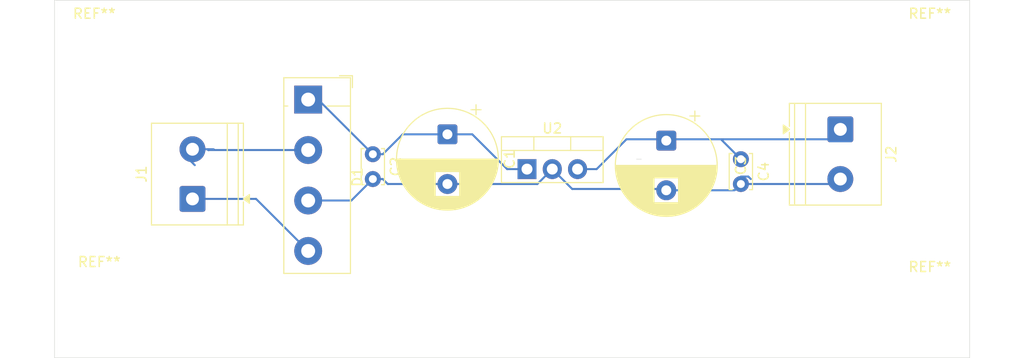
<source format=kicad_pcb>
(kicad_pcb (version 20241229) (generator "pcbnew") (generator_version "9.0")
  (layers (0 "F.Cu" signal) (2 "B.Cu" signal) (13 "F.Paste" user) (15 "B.Paste" user) (5 "F.SilkS" user "F.Silkscreen") (7 "B.SilkS" user "B.Silkscreen") (1 "F.Mask" user) (3 "B.Mask" user) (25 "Edge.Cuts" user))
  (net 0 "")
  (net 1 "GND")
  (net 2 "/VIN")
  (net 3 "/VOUT")
  (net 4 "/AC1")
  (net 5 "/AC2")
  (footprint "Capacitor_THT:C_Disc_D3.4mm_W2.1mm_P2.50mm" (layer "F.Cu") (at 163.5 65.5 -90)
    (property "Reference" "C2" (at 1.25 -2.3 90) (layer "F.SilkS"))
    (property "Value" "1nF")
    (fp_line (start -0.57 1.17) (end -0.57 0.87) (stroke (width 0.12)) (layer "F.SilkS"))
    (fp_line (start 3.07 1.17) (end -0.57 1.17) (stroke (width 0.12)) (layer "F.SilkS"))
    (fp_line (start 3.07 0.87) (end 3.07 1.17) (stroke (width 0.12)) (layer "F.SilkS"))
    (fp_line (start -0.57 -0.87) (end -0.57 -1.17) (stroke (width 0.12)) (layer "F.SilkS"))
    (fp_line (start -0.57 -1.17) (end 3.07 -1.17) (stroke (width 0.12)) (layer "F.SilkS"))
    (fp_line (start 3.07 -1.17) (end 3.07 -0.87) (stroke (width 0.12)) (layer "F.SilkS"))
    (pad "1" thru_hole circle (at 0 0 270) (size 1.6 1.6) (drill 0.8) (layers "*.Cu" "*.Mask") (net 2 "/VIN"))
    (pad "2" thru_hole circle (at 2.5 0 270) (size 1.6 1.6) (drill 0.8) (layers "*.Cu" "*.Mask") (net 1 "GND"))
  )
  (footprint "MountingHole:MountingHole_3.2mm_M3" (layer "F.Cu") (at 219.5 81)
    (property "Reference" "REF**" (at 0 -4.15 0) (layer "F.SilkS"))
    (property "Value" "MountingHole_3.2mm_M3")
    (pad "" np_thru_hole circle (at 0 0) (size 3.2 3.2) (drill 3.2) (layers "*.Cu" "*.Mask"))
  )
  (footprint "Capacitor_THT:CP_Radial_D10.0mm_P5.00mm" (layer "F.Cu") (at 193 64.132323 -90)
    (property "Reference" "C3" (at 2.5 -7.5 90) (layer "F.SilkS"))
    (property "Value" "100uF")
    (fp_line (start 3.78 1.24) (end 3.78 4.917) (stroke (width 0.12)) (layer "F.SilkS"))
    (fp_line (start 3.82 1.24) (end 3.82 4.907) (stroke (width 0.12)) (layer "F.SilkS"))
    (fp_line (start 3.86 1.24) (end 3.86 4.896) (stroke (width 0.12)) (layer "F.SilkS"))
    (fp_line (start 3.9 1.24) (end 3.9 4.885) (stroke (width 0.12)) (layer "F.SilkS"))
    (fp_line (start 3.94 1.24) (end 3.94 4.873) (stroke (width 0.12)) (layer "F.SilkS"))
    (fp_line (start 3.98 1.24) (end 3.98 4.861) (stroke (width 0.12)) (layer "F.SilkS"))
    (fp_line (start 4.02 1.24) (end 4.02 4.849) (stroke (width 0.12)) (layer "F.SilkS"))
    (fp_line (start 4.06 1.24) (end 4.06 4.837) (stroke (width 0.12)) (layer "F.SilkS"))
    (fp_line (start 4.1 1.24) (end 4.1 4.824) (stroke (width 0.12)) (layer "F.SilkS"))
    (fp_line (start 4.14 1.24) (end 4.14 4.81) (stroke (width 0.12)) (layer "F.SilkS"))
    (fp_line (start 4.18 1.24) (end 4.18 4.797) (stroke (width 0.12)) (layer "F.SilkS"))
    (fp_line (start 4.22 1.24) (end 4.22 4.782) (stroke (width 0.12)) (layer "F.SilkS"))
    (fp_line (start 4.26 1.24) (end 4.26 4.768) (stroke (width 0.12)) (layer "F.SilkS"))
    (fp_line (start 4.3 1.24) (end 4.3 4.753) (stroke (width 0.12)) (layer "F.SilkS"))
    (fp_line (start 4.34 1.24) (end 4.34 4.738) (stroke (width 0.12)) (layer "F.SilkS"))
    (fp_line (start 4.38 1.24) (end 4.38 4.722) (stroke (width 0.12)) (layer "F.SilkS"))
    (fp_line (start 4.42 1.24) (end 4.42 4.706) (stroke (width 0.12)) (layer "F.SilkS"))
    (fp_line (start 4.46 1.24) (end 4.46 4.69) (stroke (width 0.12)) (layer "F.SilkS"))
    (fp_line (start 4.5 1.24) (end 4.5 4.673) (stroke (width 0.12)) (layer "F.SilkS"))
    (fp_line (start 4.54 1.24) (end 4.54 4.656) (stroke (width 0.12)) (layer "F.SilkS"))
    (fp_line (start 4.58 1.24) (end 4.58 4.638) (stroke (width 0.12)) (layer "F.SilkS"))
    (fp_line (start 4.62 1.24) (end 4.62 4.62) (stroke (width 0.12)) (layer "F.SilkS"))
    (fp_line (start 4.66 1.24) (end 4.66 4.602) (stroke (width 0.12)) (layer "F.SilkS"))
    (fp_line (start 4.7 1.24) (end 4.7 4.583) (stroke (width 0.12)) (layer "F.SilkS"))
    (fp_line (start 4.74 1.24) (end 4.74 4.564) (stroke (width 0.12)) (layer "F.SilkS"))
    (fp_line (start 4.78 1.24) (end 4.78 4.544) (stroke (width 0.12)) (layer "F.SilkS"))
    (fp_line (start 4.82 1.24) (end 4.82 4.524) (stroke (width 0.12)) (layer "F.SilkS"))
    (fp_line (start 4.86 1.24) (end 4.86 4.504) (stroke (width 0.12)) (layer "F.SilkS"))
    (fp_line (start 4.9 1.24) (end 4.9 4.483) (stroke (width 0.12)) (layer "F.SilkS"))
    (fp_line (start 4.94 1.24) (end 4.94 4.461) (stroke (width 0.12)) (layer "F.SilkS"))
    (fp_line (start 4.98 1.24) (end 4.98 4.439) (stroke (width 0.12)) (layer "F.SilkS"))
    (fp_line (start 5.02 1.24) (end 5.02 4.417) (stroke (width 0.12)) (layer "F.SilkS"))
    (fp_line (start 5.06 1.24) (end 5.06 4.394) (stroke (width 0.12)) (layer "F.SilkS"))
    (fp_line (start 5.1 1.24) (end 5.1 4.371) (stroke (width 0.12)) (layer "F.SilkS"))
    (fp_line (start 5.14 1.24) (end 5.14 4.347) (stroke (width 0.12)) (layer "F.SilkS"))
    (fp_line (start 5.18 1.24) (end 5.18 4.323) (stroke (width 0.12)) (layer "F.SilkS"))
    (fp_line (start 5.22 1.24) (end 5.22 4.298) (stroke (width 0.12)) (layer "F.SilkS"))
    (fp_line (start 5.26 1.24) (end 5.26 4.272) (stroke (width 0.12)) (layer "F.SilkS"))
    (fp_line (start 5.3 1.24) (end 5.3 4.247) (stroke (width 0.12)) (layer "F.SilkS"))
    (fp_line (start 5.34 1.24) (end 5.34 4.22) (stroke (width 0.12)) (layer "F.SilkS"))
    (fp_line (start 5.38 1.24) (end 5.38 4.193) (stroke (width 0.12)) (layer "F.SilkS"))
    (fp_line (start 5.42 1.24) (end 5.42 4.166) (stroke (width 0.12)) (layer "F.SilkS"))
    (fp_line (start 5.46 1.24) (end 5.46 4.138) (stroke (width 0.12)) (layer "F.SilkS"))
    (fp_line (start 5.5 1.24) (end 5.5 4.109) (stroke (width 0.12)) (layer "F.SilkS"))
    (fp_line (start 5.54 1.24) (end 5.54 4.08) (stroke (width 0.12)) (layer "F.SilkS"))
    (fp_line (start 5.58 1.24) (end 5.58 4.05) (stroke (width 0.12)) (layer "F.SilkS"))
    (fp_line (start 5.62 1.24) (end 5.62 4.02) (stroke (width 0.12)) (layer "F.SilkS"))
    (fp_line (start 5.66 1.24) (end 5.66 3.988) (stroke (width 0.12)) (layer "F.SilkS"))
    (fp_line (start 5.7 1.24) (end 5.7 3.957) (stroke (width 0.12)) (layer "F.SilkS"))
    (fp_line (start 5.74 1.24) (end 5.74 3.924) (stroke (width 0.12)) (layer "F.SilkS"))
    (fp_line (start 5.78 1.24) (end 5.78 3.891) (stroke (width 0.12)) (layer "F.SilkS"))
    (fp_line (start 5.82 1.24) (end 5.82 3.858) (stroke (width 0.12)) (layer "F.SilkS"))
    (fp_line (start 5.86 1.24) (end 5.86 3.823) (stroke (width 0.12)) (layer "F.SilkS"))
    (fp_line (start 5.9 1.24) (end 5.9 3.788) (stroke (width 0.12)) (layer "F.SilkS"))
    (fp_line (start 5.94 1.24) (end 5.94 3.752) (stroke (width 0.12)) (layer "F.SilkS"))
    (fp_line (start 5.98 1.24) (end 5.98 3.716) (stroke (width 0.12)) (layer "F.SilkS"))
    (fp_line (start 6.02 1.24) (end 6.02 3.678) (stroke (width 0.12)) (layer "F.SilkS"))
    (fp_line (start 6.06 1.24) (end 6.06 3.64) (stroke (width 0.12)) (layer "F.SilkS"))
    (fp_line (start 6.1 1.24) (end 6.1 3.601) (stroke (width 0.12)) (layer "F.SilkS"))
    (fp_line (start 6.14 1.24) (end 6.14 3.561) (stroke (width 0.12)) (layer "F.SilkS"))
    (fp_line (start 6.18 1.24) (end 6.18 3.52) (stroke (width 0.12)) (layer "F.SilkS"))
    (fp_line (start 6.22 1.24) (end 6.22 3.478) (stroke (width 0.12)) (layer "F.SilkS"))
    (fp_line (start 7.58 -0.599) (end 7.58 0.599) (stroke (width 0.12)) (layer "F.SilkS"))
    (fp_line (start 7.54 -0.862) (end 7.54 0.862) (stroke (width 0.12)) (layer "F.SilkS"))
    (fp_line (start 7.5 -1.062) (end 7.5 1.062) (stroke (width 0.12)) (layer "F.SilkS"))
    (fp_line (start 7.46 -1.23) (end 7.46 1.23) (stroke (width 0.12)) (layer "F.SilkS"))
    (fp_line (start 7.42 -1.377) (end 7.42 1.377) (stroke (width 0.12)) (layer "F.SilkS"))
    (fp_line (start 7.38 -1.509) (end 7.38 1.509) (stroke (width 0.12)) (layer "F.SilkS"))
    (fp_line (start 7.34 -1.63) (end 7.34 1.63) (stroke (width 0.12)) (layer "F.SilkS"))
    (fp_line (start 7.3 -1.742) (end 7.3 1.742) (stroke (width 0.12)) (layer "F.SilkS"))
    (fp_line (start 7.26 -1.846) (end 7.26 1.846) (stroke (width 0.12)) (layer "F.SilkS"))
    (fp_line (start 7.22 -1.944) (end 7.22 1.944) (stroke (width 0.12)) (layer "F.SilkS"))
    (fp_line (start 7.18 -2.037) (end 7.18 2.037) (stroke (width 0.12)) (layer "F.SilkS"))
    (fp_line (start 7.14 -2.124) (end 7.14 2.124) (stroke (width 0.12)) (layer "F.SilkS"))
    (fp_line (start 7.1 -2.208) (end 7.1 2.208) (stroke (width 0.12)) (layer "F.SilkS"))
    (fp_line (start 7.06 -2.288) (end 7.06 2.288) (stroke (width 0.12)) (layer "F.SilkS"))
    (fp_line (start 7.02 -2.365) (end 7.02 2.365) (stroke (width 0.12)) (layer "F.SilkS"))
    (fp_line (start 6.98 -2.439) (end 6.98 2.439) (stroke (width 0.12)) (layer "F.SilkS"))
    (fp_line (start 6.94 -2.51) (end 6.94 2.51) (stroke (width 0.12)) (layer "F.SilkS"))
    (fp_line (start 6.9 -2.578) (end 6.9 2.578) (stroke (width 0.12)) (layer "F.SilkS"))
    (fp_line (start 6.86 -2.644) (end 6.86 2.644) (stroke (width 0.12)) (layer "F.SilkS"))
    (fp_line (start 6.82 -2.708) (end 6.82 2.708) (stroke (width 0.12)) (layer "F.SilkS"))
    (fp_line (start 6.78 -2.77) (end 6.78 2.77) (stroke (width 0.12)) (layer "F.SilkS"))
    (fp_line (start 6.74 -2.83) (end 6.74 2.83) (stroke (width 0.12)) (layer "F.SilkS"))
    (fp_line (start -2.979646 -2.875) (end -1.979646 -2.875) (stroke (width 0.12)) (layer "F.SilkS"))
    (fp_line (start 6.7 -2.888) (end 6.7 2.888) (stroke (width 0.12)) (layer "F.SilkS"))
    (fp_line (start 6.66 -2.945) (end 6.66 2.945) (stroke (width 0.12)) (layer "F.SilkS"))
    (fp_line (start 6.62 -3) (end 6.62 3) (stroke (width 0.12)) (layer "F.SilkS"))
    (fp_line (start 6.58 -3.053) (end 6.58 3.053) (stroke (width 0.12)) (layer "F.SilkS"))
    (fp_line (start 6.54 -3.105) (end 6.54 3.105) (stroke (width 0.12)) (layer "F.SilkS"))
    (fp_line (start 6.5 -3.156) (end 6.5 3.156) (stroke (width 0.12)) (layer "F.SilkS"))
    (fp_line (start 6.46 -3.205) (end 6.46 3.205) (stroke (width 0.12)) (layer "F.SilkS"))
    (fp_line (start 6.42 -3.254) (end 6.42 3.254) (stroke (width 0.12)) (layer "F.SilkS"))
    (fp_line (start 6.38 -3.301) (end 6.38 3.301) (stroke (width 0.12)) (layer "F.SilkS"))
    (fp_line (start 6.34 -3.347) (end 6.34 3.347) (stroke (width 0.12)) (layer "F.SilkS"))
    (fp_line (start -2.479646 -3.375) (end -2.479646 -2.375) (stroke (width 0.12)) (layer "F.SilkS"))
    (fp_line (start 6.3 -3.391) (end 6.3 3.391) (stroke (width 0.12)) (layer "F.SilkS"))
    (fp_line (start 6.26 -3.435) (end 6.26 3.435) (stroke (width 0.12)) (layer "F.SilkS"))
    (fp_line (start 6.22 -3.478) (end 6.22 -1.24) (stroke (width 0.12)) (layer "F.SilkS"))
    (fp_line (start 6.18 -3.52) (end 6.18 -1.24) (stroke (width 0.12)) (layer "F.SilkS"))
    (fp_line (start 6.14 -3.561) (end 6.14 -1.24) (stroke (width 0.12)) (layer "F.SilkS"))
    (fp_line (start 6.1 -3.601) (end 6.1 -1.24) (stroke (width 0.12)) (layer "F.SilkS"))
    (fp_line (start 6.06 -3.64) (end 6.06 -1.24) (stroke (width 0.12)) (layer "F.SilkS"))
    (fp_line (start 6.02 -3.678) (end 6.02 -1.24) (stroke (width 0.12)) (layer "F.SilkS"))
    (fp_line (start 5.98 -3.716) (end 5.98 -1.24) (stroke (width 0.12)) (layer "F.SilkS"))
    (fp_line (start 5.94 -3.752) (end 5.94 -1.24) (stroke (width 0.12)) (layer "F.SilkS"))
    (fp_line (start 5.9 -3.788) (end 5.9 -1.24) (stroke (width 0.12)) (layer "F.SilkS"))
    (fp_line (start 5.86 -3.823) (end 5.86 -1.24) (stroke (width 0.12)) (layer "F.SilkS"))
    (fp_line (start 5.82 -3.858) (end 5.82 -1.24) (stroke (width 0.12)) (layer "F.SilkS"))
    (fp_line (start 5.78 -3.891) (end 5.78 -1.24) (stroke (width 0.12)) (layer "F.SilkS"))
    (fp_line (start 5.74 -3.924) (end 5.74 -1.24) (stroke (width 0.12)) (layer "F.SilkS"))
    (fp_line (start 5.7 -3.957) (end 5.7 -1.24) (stroke (width 0.12)) (layer "F.SilkS"))
    (fp_line (start 5.66 -3.988) (end 5.66 -1.24) (stroke (width 0.12)) (layer "F.SilkS"))
    (fp_line (start 5.62 -4.02) (end 5.62 -1.24) (stroke (width 0.12)) (layer "F.SilkS"))
    (fp_line (start 5.58 -4.05) (end 5.58 -1.24) (stroke (width 0.12)) (layer "F.SilkS"))
    (fp_line (start 5.54 -4.08) (end 5.54 -1.24) (stroke (width 0.12)) (layer "F.SilkS"))
    (fp_line (start 5.5 -4.109) (end 5.5 -1.24) (stroke (width 0.12)) (layer "F.SilkS"))
    (fp_line (start 5.46 -4.138) (end 5.46 -1.24) (stroke (width 0.12)) (layer "F.SilkS"))
    (fp_line (start 5.42 -4.166) (end 5.42 -1.24) (stroke (width 0.12)) (layer "F.SilkS"))
    (fp_line (start 5.38 -4.193) (end 5.38 -1.24) (stroke (width 0.12)) (layer "F.SilkS"))
    (fp_line (start 5.34 -4.22) (end 5.34 -1.24) (stroke (width 0.12)) (layer "F.SilkS"))
    (fp_line (start 5.3 -4.247) (end 5.3 -1.24) (stroke (width 0.12)) (layer "F.SilkS"))
    (fp_line (start 5.26 -4.272) (end 5.26 -1.24) (stroke (width 0.12)) (layer "F.SilkS"))
    (fp_line (start 5.22 -4.298) (end 5.22 -1.24) (stroke (width 0.12)) (layer "F.SilkS"))
    (fp_line (start 5.18 -4.323) (end 5.18 -1.24) (stroke (width 0.12)) (layer "F.SilkS"))
    (fp_line (start 5.14 -4.347) (end 5.14 -1.24) (stroke (width 0.12)) (layer "F.SilkS"))
    (fp_line (start 5.1 -4.371) (end 5.1 -1.24) (stroke (width 0.12)) (layer "F.SilkS"))
    (fp_line (start 5.06 -4.394) (end 5.06 -1.24) (stroke (width 0.12)) (layer "F.SilkS"))
    (fp_line (start 5.02 -4.417) (end 5.02 -1.24) (stroke (width 0.12)) (layer "F.SilkS"))
    (fp_line (start 4.98 -4.439) (end 4.98 -1.24) (stroke (width 0.12)) (layer "F.SilkS"))
    (fp_line (start 4.94 -4.461) (end 4.94 -1.24) (stroke (width 0.12)) (layer "F.SilkS"))
    (fp_line (start 4.9 -4.483) (end 4.9 -1.24) (stroke (width 0.12)) (layer "F.SilkS"))
    (fp_line (start 4.86 -4.504) (end 4.86 -1.24) (stroke (width 0.12)) (layer "F.SilkS"))
    (fp_line (start 4.82 -4.524) (end 4.82 -1.24) (stroke (width 0.12)) (layer "F.SilkS"))
    (fp_line (start 4.78 -4.544) (end 4.78 -1.24) (stroke (width 0.12)) (layer "F.SilkS"))
    (fp_line (start 4.74 -4.564) (end 4.74 -1.24) (stroke (width 0.12)) (layer "F.SilkS"))
    (fp_line (start 4.7 -4.583) (end 4.7 -1.24) (stroke (width 0.12)) (layer "F.SilkS"))
    (fp_line (start 4.66 -4.602) (end 4.66 -1.24) (stroke (width 0.12)) (layer "F.SilkS"))
    (fp_line (start 4.62 -4.62) (end 4.62 -1.24) (stroke (width 0.12)) (layer "F.SilkS"))
    (fp_line (start 4.58 -4.638) (end 4.58 -1.24) (stroke (width 0.12)) (layer "F.SilkS"))
    (fp_line (start 4.54 -4.656) (end 4.54 -1.24) (stroke (width 0.12)) (layer "F.SilkS"))
    (fp_line (start 4.5 -4.673) (end 4.5 -1.24) (stroke (width 0.12)) (layer "F.SilkS"))
    (fp_line (start 4.46 -4.69) (end 4.46 -1.24) (stroke (width 0.12)) (layer "F.SilkS"))
    (fp_line (start 4.42 -4.706) (end 4.42 -1.24) (stroke (width 0.12)) (layer "F.SilkS"))
    (fp_line (start 4.38 -4.722) (end 4.38 -1.24) (stroke (width 0.12)) (layer "F.SilkS"))
    (fp_line (start 4.34 -4.738) (end 4.34 -1.24) (stroke (width 0.12)) (layer "F.SilkS"))
    (fp_line (start 4.3 -4.753) (end 4.3 -1.24) (stroke (width 0.12)) (layer "F.SilkS"))
    (fp_line (start 4.26 -4.768) (end 4.26 -1.24) (stroke (width 0.12)) (layer "F.SilkS"))
    (fp_line (start 4.22 -4.782) (end 4.22 -1.24) (stroke (width 0.12)) (layer "F.SilkS"))
    (fp_line (start 4.18 -4.797) (end 4.18 -1.24) (stroke (width 0.12)) (layer "F.SilkS"))
    (fp_line (start 4.14 -4.81) (end 4.14 -1.24) (stroke (width 0.12)) (layer "F.SilkS"))
    (fp_line (start 4.1 -4.824) (end 4.1 -1.24) (stroke (width 0.12)) (layer "F.SilkS"))
    (fp_line (start 4.06 -4.837) (end 4.06 -1.24) (stroke (width 0.12)) (layer "F.SilkS"))
    (fp_line (start 4.02 -4.849) (end 4.02 -1.24) (stroke (width 0.12)) (layer "F.SilkS"))
    (fp_line (start 3.98 -4.861) (end 3.98 -1.24) (stroke (width 0.12)) (layer "F.SilkS"))
    (fp_line (start 3.94 -4.873) (end 3.94 -1.24) (stroke (width 0.12)) (layer "F.SilkS"))
    (fp_line (start 3.9 -4.885) (end 3.9 -1.24) (stroke (width 0.12)) (layer "F.SilkS"))
    (fp_line (start 3.86 -4.896) (end 3.86 -1.24) (stroke (width 0.12)) (layer "F.SilkS"))
    (fp_line (start 3.82 -4.907) (end 3.82 -1.24) (stroke (width 0.12)) (layer "F.SilkS"))
    (fp_line (start 3.78 -4.917) (end 3.78 -1.24) (stroke (width 0.12)) (layer "F.SilkS"))
    (fp_line (start 3.74 -4.928) (end 3.74 4.928) (stroke (width 0.12)) (layer "F.SilkS"))
    (fp_line (start 3.7 -4.937) (end 3.7 4.937) (stroke (width 0.12)) (layer "F.SilkS"))
    (fp_line (start 3.66 -4.947) (end 3.66 4.947) (stroke (width 0.12)) (layer "F.SilkS"))
    (fp_line (start 3.62 -4.956) (end 3.62 4.956) (stroke (width 0.12)) (layer "F.SilkS"))
    (fp_line (start 3.58 -4.965) (end 3.58 4.965) (stroke (width 0.12)) (layer "F.SilkS"))
    (fp_line (start 3.54 -4.973) (end 3.54 4.973) (stroke (width 0.12)) (layer "F.SilkS"))
    (fp_line (start 3.5 -4.981) (end 3.5 4.981) (stroke (width 0.12)) (layer "F.SilkS"))
    (fp_line (start 3.46 -4.989) (end 3.46 4.989) (stroke (width 0.12)) (layer "F.SilkS"))
    (fp_line (start 3.42 -4.997) (end 3.42 4.997) (stroke (width 0.12)) (layer "F.SilkS"))
    (fp_line (start 3.38 -5.004) (end 3.38 5.004) (stroke (width 0.12)) (layer "F.SilkS"))
    (fp_line (start 3.34 -5.011) (end 3.34 5.011) (stroke (width 0.12)) (layer "F.SilkS"))
    (fp_line (start 3.3 -5.017) (end 3.3 5.017) (stroke (width 0.12)) (layer "F.SilkS"))
    (fp_line (start 3.26 -5.023) (end 3.26 5.023) (stroke (width 0.12)) (layer "F.SilkS"))
    (fp_line (start 3.22 -5.029) (end 3.22 5.029) (stroke (width 0.12)) (layer "F.SilkS"))
    (fp_line (start 3.18 -5.035) (end 3.18 5.035) (stroke (width 0.12)) (layer "F.SilkS"))
    (fp_line (start 3.14 -5.04) (end 3.14 5.04) (stroke (width 0.12)) (layer "F.SilkS"))
    (fp_line (start 3.1 -5.045) (end 3.1 5.045) (stroke (width 0.12)) (layer "F.SilkS"))
    (fp_line (start 3.06 -5.049) (end 3.06 5.049) (stroke (width 0.12)) (layer "F.SilkS"))
    (fp_line (start 3.02 -5.054) (end 3.02 5.054) (stroke (width 0.12)) (layer "F.SilkS"))
    (fp_line (start 2.98 -5.057) (end 2.98 5.057) (stroke (width 0.12)) (layer "F.SilkS"))
    (fp_line (start 2.94 -5.061) (end 2.94 5.061) (stroke (width 0.12)) (layer "F.SilkS"))
    (fp_line (start 2.9 -5.064) (end 2.9 5.064) (stroke (width 0.12)) (layer "F.SilkS"))
    (fp_line (start 2.86 -5.067) (end 2.86 5.067) (stroke (width 0.12)) (layer "F.SilkS"))
    (fp_line (start 2.82 -5.07) (end 2.82 5.07) (stroke (width 0.12)) (layer "F.SilkS"))
    (fp_line (start 2.78 -5.072) (end 2.78 5.072) (stroke (width 0.12)) (layer "F.SilkS"))
    (fp_line (start 2.74 -5.074) (end 2.74 5.074) (stroke (width 0.12)) (layer "F.SilkS"))
    (fp_line (start 2.7 -5.076) (end 2.7 5.076) (stroke (width 0.12)) (layer "F.SilkS"))
    (fp_line (start 2.66 -5.077) (end 2.66 5.077) (stroke (width 0.12)) (layer "F.SilkS"))
    (fp_line (start 2.58 -5.079) (end 2.58 5.079) (stroke (width 0.12)) (layer "F.SilkS"))
    (fp_line (start 2.62 -5.079) (end 2.62 5.079) (stroke (width 0.12)) (layer "F.SilkS"))
    (fp_line (start 2.5 -5.08) (end 2.5 5.08) (stroke (width 0.12)) (layer "F.SilkS"))
    (fp_line (start 2.54 -5.08) (end 2.54 5.08) (stroke (width 0.12)) (layer "F.SilkS"))
    (fp_circle (center 2.5 0) (end 7.62 0) (stroke (width 0.12)) (fill no) (layer "F.SilkS"))
    (pad "1" thru_hole roundrect (at 0 0 270) (size 2 2) (drill 1) (layers "*.Cu" "*.Mask") (roundrect_rratio 0.125) (net 3 "/VOUT"))
    (pad "2" thru_hole circle (at 5 0 270) (size 2 2) (drill 1) (layers "*.Cu" "*.Mask") (net 1 "GND"))
  )
  (footprint "Package_TO_SOT_THT:TO-220-3_Vertical" (layer "F.Cu") (at 179 67)
    (property "Reference" "U2" (at 2.54 -4.1 0) (layer "F.SilkS"))
    (property "Value" "LM7805_TO220")
    (fp_line (start -2.57 -3.26) (end 7.65 -3.26) (stroke (width 0.12)) (layer "F.SilkS"))
    (fp_line (start -2.57 -1.88) (end 7.65 -1.88) (stroke (width 0.12)) (layer "F.SilkS"))
    (fp_line (start -2.57 1.36) (end -2.57 -3.26) (stroke (width 0.12)) (layer "F.SilkS"))
    (fp_line (start 0.69 -3.26) (end 0.69 -1.88) (stroke (width 0.12)) (layer "F.SilkS"))
    (fp_line (start 4.39 -3.26) (end 4.39 -1.88) (stroke (width 0.12)) (layer "F.SilkS"))
    (fp_line (start 7.65 -3.26) (end 7.65 1.36) (stroke (width 0.12)) (layer "F.SilkS"))
    (fp_line (start 7.65 1.36) (end -2.57 1.36) (stroke (width 0.12)) (layer "F.SilkS"))
    (pad "1" thru_hole rect (at 0 0) (size 1.905 2) (drill 1.1) (layers "*.Cu" "*.Mask") (net 2 "/VIN"))
    (pad "2" thru_hole oval (at 2.54 0) (size 1.905 2) (drill 1.1) (layers "*.Cu" "*.Mask") (net 1 "GND"))
    (pad "3" thru_hole oval (at 5.08 0) (size 1.905 2) (drill 1.1) (layers "*.Cu" "*.Mask") (net 3 "/VOUT"))
  )
  (footprint "Diode_THT:Diode_Bridge_Vishay_KBL" (layer "F.Cu") (at 157 60 -90)
    (property "Reference" "D1" (at 7.8 -4.95 90) (layer "F.SilkS"))
    (property "Value" "W01G")
    (fp_line (start -2.2 2.45) (end 17.5 2.45) (stroke (width 0.12)) (layer "F.SilkS"))
    (fp_line (start 17.5 2.45) (end 17.5 -4.25) (stroke (width 0.12)) (layer "F.SilkS"))
    (fp_line (start 0.65 2.05) (end 0.65 2.45) (stroke (width 0.12)) (layer "F.SilkS"))
    (fp_line (start 0.65 -1.9) (end 0.65 -4.25) (stroke (width 0.12)) (layer "F.SilkS"))
    (fp_line (start -2.4 -3.15) (end -2.4 -4.45) (stroke (width 0.12)) (layer "F.SilkS"))
    (fp_line (start -2.2 -4.25) (end -2.2 2.45) (stroke (width 0.12)) (layer "F.SilkS"))
    (fp_line (start 17.5 -4.25) (end -2.2 -4.25) (stroke (width 0.12)) (layer "F.SilkS"))
    (fp_line (start -2.4 -4.45) (end -1.2 -4.45) (stroke (width 0.12)) (layer "F.SilkS"))
    (pad "1" thru_hole rect (at 0 0 270) (size 2.8 2.8) (drill 1.4) (layers "*.Cu" "*.Mask") (net 2 "/VIN"))
    (pad "2" thru_hole circle (at 5.08 0 270) (size 2.8 2.8) (drill 1.4) (layers "*.Cu" "*.Mask") (net 4 "/AC1"))
    (pad "3" thru_hole circle (at 10.16 0 270) (size 2.8 2.8) (drill 1.4) (layers "*.Cu" "*.Mask") (net 1 "GND"))
    (pad "4" thru_hole circle (at 15.24 0 270) (size 2.8 2.8) (drill 1.4) (layers "*.Cu" "*.Mask") (net 5 "/AC2"))
  )
  (footprint "Capacitor_THT:CP_Radial_D10.0mm_P5.00mm" (layer "F.Cu") (at 171 63.5 -90)
    (property "Reference" "C1" (at 2.5 -6.25 90) (layer "F.SilkS"))
    (property "Value" "100uf")
    (fp_line (start 3.78 1.24) (end 3.78 4.917) (stroke (width 0.12)) (layer "F.SilkS"))
    (fp_line (start 3.82 1.24) (end 3.82 4.907) (stroke (width 0.12)) (layer "F.SilkS"))
    (fp_line (start 3.86 1.24) (end 3.86 4.896) (stroke (width 0.12)) (layer "F.SilkS"))
    (fp_line (start 3.9 1.24) (end 3.9 4.885) (stroke (width 0.12)) (layer "F.SilkS"))
    (fp_line (start 3.94 1.24) (end 3.94 4.873) (stroke (width 0.12)) (layer "F.SilkS"))
    (fp_line (start 3.98 1.24) (end 3.98 4.861) (stroke (width 0.12)) (layer "F.SilkS"))
    (fp_line (start 4.02 1.24) (end 4.02 4.849) (stroke (width 0.12)) (layer "F.SilkS"))
    (fp_line (start 4.06 1.24) (end 4.06 4.837) (stroke (width 0.12)) (layer "F.SilkS"))
    (fp_line (start 4.1 1.24) (end 4.1 4.824) (stroke (width 0.12)) (layer "F.SilkS"))
    (fp_line (start 4.14 1.24) (end 4.14 4.81) (stroke (width 0.12)) (layer "F.SilkS"))
    (fp_line (start 4.18 1.24) (end 4.18 4.797) (stroke (width 0.12)) (layer "F.SilkS"))
    (fp_line (start 4.22 1.24) (end 4.22 4.782) (stroke (width 0.12)) (layer "F.SilkS"))
    (fp_line (start 4.26 1.24) (end 4.26 4.768) (stroke (width 0.12)) (layer "F.SilkS"))
    (fp_line (start 4.3 1.24) (end 4.3 4.753) (stroke (width 0.12)) (layer "F.SilkS"))
    (fp_line (start 4.34 1.24) (end 4.34 4.738) (stroke (width 0.12)) (layer "F.SilkS"))
    (fp_line (start 4.38 1.24) (end 4.38 4.722) (stroke (width 0.12)) (layer "F.SilkS"))
    (fp_line (start 4.42 1.24) (end 4.42 4.706) (stroke (width 0.12)) (layer "F.SilkS"))
    (fp_line (start 4.46 1.24) (end 4.46 4.69) (stroke (width 0.12)) (layer "F.SilkS"))
    (fp_line (start 4.5 1.24) (end 4.5 4.673) (stroke (width 0.12)) (layer "F.SilkS"))
    (fp_line (start 4.54 1.24) (end 4.54 4.656) (stroke (width 0.12)) (layer "F.SilkS"))
    (fp_line (start 4.58 1.24) (end 4.58 4.638) (stroke (width 0.12)) (layer "F.SilkS"))
    (fp_line (start 4.62 1.24) (end 4.62 4.62) (stroke (width 0.12)) (layer "F.SilkS"))
    (fp_line (start 4.66 1.24) (end 4.66 4.602) (stroke (width 0.12)) (layer "F.SilkS"))
    (fp_line (start 4.7 1.24) (end 4.7 4.583) (stroke (width 0.12)) (layer "F.SilkS"))
    (fp_line (start 4.74 1.24) (end 4.74 4.564) (stroke (width 0.12)) (layer "F.SilkS"))
    (fp_line (start 4.78 1.24) (end 4.78 4.544) (stroke (width 0.12)) (layer "F.SilkS"))
    (fp_line (start 4.82 1.24) (end 4.82 4.524) (stroke (width 0.12)) (layer "F.SilkS"))
    (fp_line (start 4.86 1.24) (end 4.86 4.504) (stroke (width 0.12)) (layer "F.SilkS"))
    (fp_line (start 4.9 1.24) (end 4.9 4.483) (stroke (width 0.12)) (layer "F.SilkS"))
    (fp_line (start 4.94 1.24) (end 4.94 4.461) (stroke (width 0.12)) (layer "F.SilkS"))
    (fp_line (start 4.98 1.24) (end 4.98 4.439) (stroke (width 0.12)) (layer "F.SilkS"))
    (fp_line (start 5.02 1.24) (end 5.02 4.417) (stroke (width 0.12)) (layer "F.SilkS"))
    (fp_line (start 5.06 1.24) (end 5.06 4.394) (stroke (width 0.12)) (layer "F.SilkS"))
    (fp_line (start 5.1 1.24) (end 5.1 4.371) (stroke (width 0.12)) (layer "F.SilkS"))
    (fp_line (start 5.14 1.24) (end 5.14 4.347) (stroke (width 0.12)) (layer "F.SilkS"))
    (fp_line (start 5.18 1.24) (end 5.18 4.323) (stroke (width 0.12)) (layer "F.SilkS"))
    (fp_line (start 5.22 1.24) (end 5.22 4.298) (stroke (width 0.12)) (layer "F.SilkS"))
    (fp_line (start 5.26 1.24) (end 5.26 4.272) (stroke (width 0.12)) (layer "F.SilkS"))
    (fp_line (start 5.3 1.24) (end 5.3 4.247) (stroke (width 0.12)) (layer "F.SilkS"))
    (fp_line (start 5.34 1.24) (end 5.34 4.22) (stroke (width 0.12)) (layer "F.SilkS"))
    (fp_line (start 5.38 1.24) (end 5.38 4.193) (stroke (width 0.12)) (layer "F.SilkS"))
    (fp_line (start 5.42 1.24) (end 5.42 4.166) (stroke (width 0.12)) (layer "F.SilkS"))
    (fp_line (start 5.46 1.24) (end 5.46 4.138) (stroke (width 0.12)) (layer "F.SilkS"))
    (fp_line (start 5.5 1.24) (end 5.5 4.109) (stroke (width 0.12)) (layer "F.SilkS"))
    (fp_line (start 5.54 1.24) (end 5.54 4.08) (stroke (width 0.12)) (layer "F.SilkS"))
    (fp_line (start 5.58 1.24) (end 5.58 4.05) (stroke (width 0.12)) (layer "F.SilkS"))
    (fp_line (start 5.62 1.24) (end 5.62 4.02) (stroke (width 0.12)) (layer "F.SilkS"))
    (fp_line (start 5.66 1.24) (end 5.66 3.988) (stroke (width 0.12)) (layer "F.SilkS"))
    (fp_line (start 5.7 1.24) (end 5.7 3.957) (stroke (width 0.12)) (layer "F.SilkS"))
    (fp_line (start 5.74 1.24) (end 5.74 3.924) (stroke (width 0.12)) (layer "F.SilkS"))
    (fp_line (start 5.78 1.24) (end 5.78 3.891) (stroke (width 0.12)) (layer "F.SilkS"))
    (fp_line (start 5.82 1.24) (end 5.82 3.858) (stroke (width 0.12)) (layer "F.SilkS"))
    (fp_line (start 5.86 1.24) (end 5.86 3.823) (stroke (width 0.12)) (layer "F.SilkS"))
    (fp_line (start 5.9 1.24) (end 5.9 3.788) (stroke (width 0.12)) (layer "F.SilkS"))
    (fp_line (start 5.94 1.24) (end 5.94 3.752) (stroke (width 0.12)) (layer "F.SilkS"))
    (fp_line (start 5.98 1.24) (end 5.98 3.716) (stroke (width 0.12)) (layer "F.SilkS"))
    (fp_line (start 6.02 1.24) (end 6.02 3.678) (stroke (width 0.12)) (layer "F.SilkS"))
    (fp_line (start 6.06 1.24) (end 6.06 3.64) (stroke (width 0.12)) (layer "F.SilkS"))
    (fp_line (start 6.1 1.24) (end 6.1 3.601) (stroke (width 0.12)) (layer "F.SilkS"))
    (fp_line (start 6.14 1.24) (end 6.14 3.561) (stroke (width 0.12)) (layer "F.SilkS"))
    (fp_line (start 6.18 1.24) (end 6.18 3.52) (stroke (width 0.12)) (layer "F.SilkS"))
    (fp_line (start 6.22 1.24) (end 6.22 3.478) (stroke (width 0.12)) (layer "F.SilkS"))
    (fp_line (start 7.58 -0.599) (end 7.58 0.599) (stroke (width 0.12)) (layer "F.SilkS"))
    (fp_line (start 7.54 -0.862) (end 7.54 0.862) (stroke (width 0.12)) (layer "F.SilkS"))
    (fp_line (start 7.5 -1.062) (end 7.5 1.062) (stroke (width 0.12)) (layer "F.SilkS"))
    (fp_line (start 7.46 -1.23) (end 7.46 1.23) (stroke (width 0.12)) (layer "F.SilkS"))
    (fp_line (start 7.42 -1.377) (end 7.42 1.377) (stroke (width 0.12)) (layer "F.SilkS"))
    (fp_line (start 7.38 -1.509) (end 7.38 1.509) (stroke (width 0.12)) (layer "F.SilkS"))
    (fp_line (start 7.34 -1.63) (end 7.34 1.63) (stroke (width 0.12)) (layer "F.SilkS"))
    (fp_line (start 7.3 -1.742) (end 7.3 1.742) (stroke (width 0.12)) (layer "F.SilkS"))
    (fp_line (start 7.26 -1.846) (end 7.26 1.846) (stroke (width 0.12)) (layer "F.SilkS"))
    (fp_line (start 7.22 -1.944) (end 7.22 1.944) (stroke (width 0.12)) (layer "F.SilkS"))
    (fp_line (start 7.18 -2.037) (end 7.18 2.037) (stroke (width 0.12)) (layer "F.SilkS"))
    (fp_line (start 7.14 -2.124) (end 7.14 2.124) (stroke (width 0.12)) (layer "F.SilkS"))
    (fp_line (start 7.1 -2.208) (end 7.1 2.208) (stroke (width 0.12)) (layer "F.SilkS"))
    (fp_line (start 7.06 -2.288) (end 7.06 2.288) (stroke (width 0.12)) (layer "F.SilkS"))
    (fp_line (start 7.02 -2.365) (end 7.02 2.365) (stroke (width 0.12)) (layer "F.SilkS"))
    (fp_line (start 6.98 -2.439) (end 6.98 2.439) (stroke (width 0.12)) (layer "F.SilkS"))
    (fp_line (start 6.94 -2.51) (end 6.94 2.51) (stroke (width 0.12)) (layer "F.SilkS"))
    (fp_line (start 6.9 -2.578) (end 6.9 2.578) (stroke (width 0.12)) (layer "F.SilkS"))
    (fp_line (start 6.86 -2.644) (end 6.86 2.644) (stroke (width 0.12)) (layer "F.SilkS"))
    (fp_line (start 6.82 -2.708) (end 6.82 2.708) (stroke (width 0.12)) (layer "F.SilkS"))
    (fp_line (start 6.78 -2.77) (end 6.78 2.77) (stroke (width 0.12)) (layer "F.SilkS"))
    (fp_line (start 6.74 -2.83) (end 6.74 2.83) (stroke (width 0.12)) (layer "F.SilkS"))
    (fp_line (start -2.979646 -2.875) (end -1.979646 -2.875) (stroke (width 0.12)) (layer "F.SilkS"))
    (fp_line (start 6.7 -2.888) (end 6.7 2.888) (stroke (width 0.12)) (layer "F.SilkS"))
    (fp_line (start 6.66 -2.945) (end 6.66 2.945) (stroke (width 0.12)) (layer "F.SilkS"))
    (fp_line (start 6.62 -3) (end 6.62 3) (stroke (width 0.12)) (layer "F.SilkS"))
    (fp_line (start 6.58 -3.053) (end 6.58 3.053) (stroke (width 0.12)) (layer "F.SilkS"))
    (fp_line (start 6.54 -3.105) (end 6.54 3.105) (stroke (width 0.12)) (layer "F.SilkS"))
    (fp_line (start 6.5 -3.156) (end 6.5 3.156) (stroke (width 0.12)) (layer "F.SilkS"))
    (fp_line (start 6.46 -3.205) (end 6.46 3.205) (stroke (width 0.12)) (layer "F.SilkS"))
    (fp_line (start 6.42 -3.254) (end 6.42 3.254) (stroke (width 0.12)) (layer "F.SilkS"))
    (fp_line (start 6.38 -3.301) (end 6.38 3.301) (stroke (width 0.12)) (layer "F.SilkS"))
    (fp_line (start 6.34 -3.347) (end 6.34 3.347) (stroke (width 0.12)) (layer "F.SilkS"))
    (fp_line (start -2.479646 -3.375) (end -2.479646 -2.375) (stroke (width 0.12)) (layer "F.SilkS"))
    (fp_line (start 6.3 -3.391) (end 6.3 3.391) (stroke (width 0.12)) (layer "F.SilkS"))
    (fp_line (start 6.26 -3.435) (end 6.26 3.435) (stroke (width 0.12)) (layer "F.SilkS"))
    (fp_line (start 6.22 -3.478) (end 6.22 -1.24) (stroke (width 0.12)) (layer "F.SilkS"))
    (fp_line (start 6.18 -3.52) (end 6.18 -1.24) (stroke (width 0.12)) (layer "F.SilkS"))
    (fp_line (start 6.14 -3.561) (end 6.14 -1.24) (stroke (width 0.12)) (layer "F.SilkS"))
    (fp_line (start 6.1 -3.601) (end 6.1 -1.24) (stroke (width 0.12)) (layer "F.SilkS"))
    (fp_line (start 6.06 -3.64) (end 6.06 -1.24) (stroke (width 0.12)) (layer "F.SilkS"))
    (fp_line (start 6.02 -3.678) (end 6.02 -1.24) (stroke (width 0.12)) (layer "F.SilkS"))
    (fp_line (start 5.98 -3.716) (end 5.98 -1.24) (stroke (width 0.12)) (layer "F.SilkS"))
    (fp_line (start 5.94 -3.752) (end 5.94 -1.24) (stroke (width 0.12)) (layer "F.SilkS"))
    (fp_line (start 5.9 -3.788) (end 5.9 -1.24) (stroke (width 0.12)) (layer "F.SilkS"))
    (fp_line (start 5.86 -3.823) (end 5.86 -1.24) (stroke (width 0.12)) (layer "F.SilkS"))
    (fp_line (start 5.82 -3.858) (end 5.82 -1.24) (stroke (width 0.12)) (layer "F.SilkS"))
    (fp_line (start 5.78 -3.891) (end 5.78 -1.24) (stroke (width 0.12)) (layer "F.SilkS"))
    (fp_line (start 5.74 -3.924) (end 5.74 -1.24) (stroke (width 0.12)) (layer "F.SilkS"))
    (fp_line (start 5.7 -3.957) (end 5.7 -1.24) (stroke (width 0.12)) (layer "F.SilkS"))
    (fp_line (start 5.66 -3.988) (end 5.66 -1.24) (stroke (width 0.12)) (layer "F.SilkS"))
    (fp_line (start 5.62 -4.02) (end 5.62 -1.24) (stroke (width 0.12)) (layer "F.SilkS"))
    (fp_line (start 5.58 -4.05) (end 5.58 -1.24) (stroke (width 0.12)) (layer "F.SilkS"))
    (fp_line (start 5.54 -4.08) (end 5.54 -1.24) (stroke (width 0.12)) (layer "F.SilkS"))
    (fp_line (start 5.5 -4.109) (end 5.5 -1.24) (stroke (width 0.12)) (layer "F.SilkS"))
    (fp_line (start 5.46 -4.138) (end 5.46 -1.24) (stroke (width 0.12)) (layer "F.SilkS"))
    (fp_line (start 5.42 -4.166) (end 5.42 -1.24) (stroke (width 0.12)) (layer "F.SilkS"))
    (fp_line (start 5.38 -4.193) (end 5.38 -1.24) (stroke (width 0.12)) (layer "F.SilkS"))
    (fp_line (start 5.34 -4.22) (end 5.34 -1.24) (stroke (width 0.12)) (layer "F.SilkS"))
    (fp_line (start 5.3 -4.247) (end 5.3 -1.24) (stroke (width 0.12)) (layer "F.SilkS"))
    (fp_line (start 5.26 -4.272) (end 5.26 -1.24) (stroke (width 0.12)) (layer "F.SilkS"))
    (fp_line (start 5.22 -4.298) (end 5.22 -1.24) (stroke (width 0.12)) (layer "F.SilkS"))
    (fp_line (start 5.18 -4.323) (end 5.18 -1.24) (stroke (width 0.12)) (layer "F.SilkS"))
    (fp_line (start 5.14 -4.347) (end 5.14 -1.24) (stroke (width 0.12)) (layer "F.SilkS"))
    (fp_line (start 5.1 -4.371) (end 5.1 -1.24) (stroke (width 0.12)) (layer "F.SilkS"))
    (fp_line (start 5.06 -4.394) (end 5.06 -1.24) (stroke (width 0.12)) (layer "F.SilkS"))
    (fp_line (start 5.02 -4.417) (end 5.02 -1.24) (stroke (width 0.12)) (layer "F.SilkS"))
    (fp_line (start 4.98 -4.439) (end 4.98 -1.24) (stroke (width 0.12)) (layer "F.SilkS"))
    (fp_line (start 4.94 -4.461) (end 4.94 -1.24) (stroke (width 0.12)) (layer "F.SilkS"))
    (fp_line (start 4.9 -4.483) (end 4.9 -1.24) (stroke (width 0.12)) (layer "F.SilkS"))
    (fp_line (start 4.86 -4.504) (end 4.86 -1.24) (stroke (width 0.12)) (layer "F.SilkS"))
    (fp_line (start 4.82 -4.524) (end 4.82 -1.24) (stroke (width 0.12)) (layer "F.SilkS"))
    (fp_line (start 4.78 -4.544) (end 4.78 -1.24) (stroke (width 0.12)) (layer "F.SilkS"))
    (fp_line (start 4.74 -4.564) (end 4.74 -1.24) (stroke (width 0.12)) (layer "F.SilkS"))
    (fp_line (start 4.7 -4.583) (end 4.7 -1.24) (stroke (width 0.12)) (layer "F.SilkS"))
    (fp_line (start 4.66 -4.602) (end 4.66 -1.24) (stroke (width 0.12)) (layer "F.SilkS"))
    (fp_line (start 4.62 -4.62) (end 4.62 -1.24) (stroke (width 0.12)) (layer "F.SilkS"))
    (fp_line (start 4.58 -4.638) (end 4.58 -1.24) (stroke (width 0.12)) (layer "F.SilkS"))
    (fp_line (start 4.54 -4.656) (end 4.54 -1.24) (stroke (width 0.12)) (layer "F.SilkS"))
    (fp_line (start 4.5 -4.673) (end 4.5 -1.24) (stroke (width 0.12)) (layer "F.SilkS"))
    (fp_line (start 4.46 -4.69) (end 4.46 -1.24) (stroke (width 0.12)) (layer "F.SilkS"))
    (fp_line (start 4.42 -4.706) (end 4.42 -1.24) (stroke (width 0.12)) (layer "F.SilkS"))
    (fp_line (start 4.38 -4.722) (end 4.38 -1.24) (stroke (width 0.12)) (layer "F.SilkS"))
    (fp_line (start 4.34 -4.738) (end 4.34 -1.24) (stroke (width 0.12)) (layer "F.SilkS"))
    (fp_line (start 4.3 -4.753) (end 4.3 -1.24) (stroke (width 0.12)) (layer "F.SilkS"))
    (fp_line (start 4.26 -4.768) (end 4.26 -1.24) (stroke (width 0.12)) (layer "F.SilkS"))
    (fp_line (start 4.22 -4.782) (end 4.22 -1.24) (stroke (width 0.12)) (layer "F.SilkS"))
    (fp_line (start 4.18 -4.797) (end 4.18 -1.24) (stroke (width 0.12)) (layer "F.SilkS"))
    (fp_line (start 4.14 -4.81) (end 4.14 -1.24) (stroke (width 0.12)) (layer "F.SilkS"))
    (fp_line (start 4.1 -4.824) (end 4.1 -1.24) (stroke (width 0.12)) (layer "F.SilkS"))
    (fp_line (start 4.06 -4.837) (end 4.06 -1.24) (stroke (width 0.12)) (layer "F.SilkS"))
    (fp_line (start 4.02 -4.849) (end 4.02 -1.24) (stroke (width 0.12)) (layer "F.SilkS"))
    (fp_line (start 3.98 -4.861) (end 3.98 -1.24) (stroke (width 0.12)) (layer "F.SilkS"))
    (fp_line (start 3.94 -4.873) (end 3.94 -1.24) (stroke (width 0.12)) (layer "F.SilkS"))
    (fp_line (start 3.9 -4.885) (end 3.9 -1.24) (stroke (width 0.12)) (layer "F.SilkS"))
    (fp_line (start 3.86 -4.896) (end 3.86 -1.24) (stroke (width 0.12)) (layer "F.SilkS"))
    (fp_line (start 3.82 -4.907) (end 3.82 -1.24) (stroke (width 0.12)) (layer "F.SilkS"))
    (fp_line (start 3.78 -4.917) (end 3.78 -1.24) (stroke (width 0.12)) (layer "F.SilkS"))
    (fp_line (start 3.74 -4.928) (end 3.74 4.928) (stroke (width 0.12)) (layer "F.SilkS"))
    (fp_line (start 3.7 -4.937) (end 3.7 4.937) (stroke (width 0.12)) (layer "F.SilkS"))
    (fp_line (start 3.66 -4.947) (end 3.66 4.947) (stroke (width 0.12)) (layer "F.SilkS"))
    (fp_line (start 3.62 -4.956) (end 3.62 4.956) (stroke (width 0.12)) (layer "F.SilkS"))
    (fp_line (start 3.58 -4.965) (end 3.58 4.965) (stroke (width 0.12)) (layer "F.SilkS"))
    (fp_line (start 3.54 -4.973) (end 3.54 4.973) (stroke (width 0.12)) (layer "F.SilkS"))
    (fp_line (start 3.5 -4.981) (end 3.5 4.981) (stroke (width 0.12)) (layer "F.SilkS"))
    (fp_line (start 3.46 -4.989) (end 3.46 4.989) (stroke (width 0.12)) (layer "F.SilkS"))
    (fp_line (start 3.42 -4.997) (end 3.42 4.997) (stroke (width 0.12)) (layer "F.SilkS"))
    (fp_line (start 3.38 -5.004) (end 3.38 5.004) (stroke (width 0.12)) (layer "F.SilkS"))
    (fp_line (start 3.34 -5.011) (end 3.34 5.011) (stroke (width 0.12)) (layer "F.SilkS"))
    (fp_line (start 3.3 -5.017) (end 3.3 5.017) (stroke (width 0.12)) (layer "F.SilkS"))
    (fp_line (start 3.26 -5.023) (end 3.26 5.023) (stroke (width 0.12)) (layer "F.SilkS"))
    (fp_line (start 3.22 -5.029) (end 3.22 5.029) (stroke (width 0.12)) (layer "F.SilkS"))
    (fp_line (start 3.18 -5.035) (end 3.18 5.035) (stroke (width 0.12)) (layer "F.SilkS"))
    (fp_line (start 3.14 -5.04) (end 3.14 5.04) (stroke (width 0.12)) (layer "F.SilkS"))
    (fp_line (start 3.1 -5.045) (end 3.1 5.045) (stroke (width 0.12)) (layer "F.SilkS"))
    (fp_line (start 3.06 -5.049) (end 3.06 5.049) (stroke (width 0.12)) (layer "F.SilkS"))
    (fp_line (start 3.02 -5.054) (end 3.02 5.054) (stroke (width 0.12)) (layer "F.SilkS"))
    (fp_line (start 2.98 -5.057) (end 2.98 5.057) (stroke (width 0.12)) (layer "F.SilkS"))
    (fp_line (start 2.94 -5.061) (end 2.94 5.061) (stroke (width 0.12)) (layer "F.SilkS"))
    (fp_line (start 2.9 -5.064) (end 2.9 5.064) (stroke (width 0.12)) (layer "F.SilkS"))
    (fp_line (start 2.86 -5.067) (end 2.86 5.067) (stroke (width 0.12)) (layer "F.SilkS"))
    (fp_line (start 2.82 -5.07) (end 2.82 5.07) (stroke (width 0.12)) (layer "F.SilkS"))
    (fp_line (start 2.78 -5.072) (end 2.78 5.072) (stroke (width 0.12)) (layer "F.SilkS"))
    (fp_line (start 2.74 -5.074) (end 2.74 5.074) (stroke (width 0.12)) (layer "F.SilkS"))
    (fp_line (start 2.7 -5.076) (end 2.7 5.076) (stroke (width 0.12)) (layer "F.SilkS"))
    (fp_line (start 2.66 -5.077) (end 2.66 5.077) (stroke (width 0.12)) (layer "F.SilkS"))
    (fp_line (start 2.58 -5.079) (end 2.58 5.079) (stroke (width 0.12)) (layer "F.SilkS"))
    (fp_line (start 2.62 -5.079) (end 2.62 5.079) (stroke (width 0.12)) (layer "F.SilkS"))
    (fp_line (start 2.5 -5.08) (end 2.5 5.08) (stroke (width 0.12)) (layer "F.SilkS"))
    (fp_line (start 2.54 -5.08) (end 2.54 5.08) (stroke (width 0.12)) (layer "F.SilkS"))
    (fp_circle (center 2.5 0) (end 7.62 0) (stroke (width 0.12)) (fill no) (layer "F.SilkS"))
    (pad "1" thru_hole roundrect (at 0 0 270) (size 2 2) (drill 1) (layers "*.Cu" "*.Mask") (roundrect_rratio 0.125) (net 2 "/VIN"))
    (pad "2" thru_hole circle (at 5 0 270) (size 2 2) (drill 1) (layers "*.Cu" "*.Mask") (net 1 "GND"))
  )
  (footprint "MountingHole:MountingHole_3.2mm_M3" (layer "F.Cu") (at 136 80.5)
    (property "Reference" "REF**" (at 0 -4.15 0) (layer "F.SilkS"))
    (property "Value" "MountingHole_3.2mm_M3")
    (pad "" np_thru_hole circle (at 0 0) (size 3.2 3.2) (drill 3.2) (layers "*.Cu" "*.Mask"))
  )
  (footprint "Capacitor_THT:C_Disc_D3.4mm_W2.1mm_P2.50mm" (layer "F.Cu") (at 200.5 66 -90)
    (property "Reference" "C4" (at 1.25 -2.3 90) (layer "F.SilkS"))
    (property "Value" "1nF")
    (fp_line (start -0.57 1.17) (end -0.57 0.87) (stroke (width 0.12)) (layer "F.SilkS"))
    (fp_line (start 3.07 1.17) (end -0.57 1.17) (stroke (width 0.12)) (layer "F.SilkS"))
    (fp_line (start 3.07 0.87) (end 3.07 1.17) (stroke (width 0.12)) (layer "F.SilkS"))
    (fp_line (start -0.57 -0.87) (end -0.57 -1.17) (stroke (width 0.12)) (layer "F.SilkS"))
    (fp_line (start -0.57 -1.17) (end 3.07 -1.17) (stroke (width 0.12)) (layer "F.SilkS"))
    (fp_line (start 3.07 -1.17) (end 3.07 -0.87) (stroke (width 0.12)) (layer "F.SilkS"))
    (pad "1" thru_hole circle (at 0 0 270) (size 1.6 1.6) (drill 0.8) (layers "*.Cu" "*.Mask") (net 3 "/VOUT"))
    (pad "2" thru_hole circle (at 2.5 0 270) (size 1.6 1.6) (drill 0.8) (layers "*.Cu" "*.Mask") (net 1 "GND"))
  )
  (footprint "MountingHole:MountingHole_3.2mm_M3" (layer "F.Cu") (at 135.5 55.5)
    (property "Reference" "REF**" (at 0 -4.15 0) (layer "F.SilkS"))
    (property "Value" "MountingHole_3.2mm_M3")
    (pad "" np_thru_hole circle (at 0 0) (size 3.2 3.2) (drill 3.2) (layers "*.Cu" "*.Mask"))
  )
  (footprint "TerminalBlock_Phoenix:TerminalBlock_Phoenix_PT-1,5-2-5.0-H_1x02_P5.00mm_Horizontal" (layer "F.Cu") (at 210.5 63 -90)
    (property "Reference" "J2" (at 2.5 -5.12 90) (layer "F.SilkS"))
    (property "Value" "Screw_Terminal_01x02")
    (fp_line (start -2.62 5.12) (end -2.62 -4.12) (stroke (width 0.12)) (layer "F.SilkS"))
    (fp_line (start -0.3 5.12) (end -2.62 5.12) (stroke (width 0.12)) (layer "F.SilkS"))
    (fp_line (start 7.62 5.12) (end 0.3 5.12) (stroke (width 0.12)) (layer "F.SilkS"))
    (fp_line (start -2.62 4.6) (end 7.62 4.6) (stroke (width 0.12)) (layer "F.SilkS"))
    (fp_line (start -2.62 3.5) (end 7.62 3.5) (stroke (width 0.12)) (layer "F.SilkS"))
    (fp_line (start -2.62 -4.12) (end 7.62 -4.12) (stroke (width 0.12)) (layer "F.SilkS"))
    (fp_line (start 7.62 -4.12) (end 7.62 5.12) (stroke (width 0.12)) (layer "F.SilkS"))
    (fp_poly (pts (xy 0 5.12) (xy 0.44 5.73) (xy -0.44 5.73)) (stroke (width 0.12)) (fill yes) (layer "F.SilkS"))
    (pad "1" thru_hole roundrect (at 0 0 270) (size 2.6 2.6) (drill 1.3) (layers "*.Cu" "*.Mask") (roundrect_rratio 0.096154) (net 3 "/VOUT"))
    (pad "2" thru_hole circle (at 5 0 270) (size 2.6 2.6) (drill 1.3) (layers "*.Cu" "*.Mask") (net 1 "GND"))
  )
  (footprint "TerminalBlock_Phoenix:TerminalBlock_Phoenix_PT-1,5-2-5.0-H_1x02_P5.00mm_Horizontal" (layer "F.Cu") (at 145.3675 70 90)
    (property "Reference" "J1" (at 2.5 -5.12 90) (layer "F.SilkS"))
    (property "Value" "Screw_Terminal_01x02")
    (fp_line (start 7.62 -4.12) (end 7.62 5.12) (stroke (width 0.12)) (layer "F.SilkS"))
    (fp_line (start -2.62 -4.12) (end 7.62 -4.12) (stroke (width 0.12)) (layer "F.SilkS"))
    (fp_line (start -2.62 3.5) (end 7.62 3.5) (stroke (width 0.12)) (layer "F.SilkS"))
    (fp_line (start -2.62 4.6) (end 7.62 4.6) (stroke (width 0.12)) (layer "F.SilkS"))
    (fp_line (start 7.62 5.12) (end 0.3 5.12) (stroke (width 0.12)) (layer "F.SilkS"))
    (fp_line (start -0.3 5.12) (end -2.62 5.12) (stroke (width 0.12)) (layer "F.SilkS"))
    (fp_line (start -2.62 5.12) (end -2.62 -4.12) (stroke (width 0.12)) (layer "F.SilkS"))
    (fp_poly (pts (xy 0 5.12) (xy 0.44 5.73) (xy -0.44 5.73)) (stroke (width 0.12)) (fill yes) (layer "F.SilkS"))
    (pad "1" thru_hole roundrect (at 0 0 90) (size 2.6 2.6) (drill 1.3) (layers "*.Cu" "*.Mask") (roundrect_rratio 0.096154) (net 5 "/AC2"))
    (pad "2" thru_hole circle (at 5 0 90) (size 2.6 2.6) (drill 1.3) (layers "*.Cu" "*.Mask") (net 4 "/AC1"))
  )
  (footprint "MountingHole:MountingHole_3.2mm_M3" (layer "F.Cu") (at 219.5 55.5)
    (property "Reference" "REF**" (at 0 -4.15 0) (layer "F.SilkS"))
    (property "Value" "MountingHole_3.2mm_M3")
    (pad "" np_thru_hole circle (at 0 0) (size 3.2 3.2) (drill 3.2) (layers "*.Cu" "*.Mask"))
  )
  (gr_rect (start 131.5 50) (end 223.5 86) (stroke (width 0.05)) (fill no) (layer "Edge.Cuts"))
  (gr_rect (start 190 66) (end 190.5 66) (stroke (width 0.05)) (fill no) (layer "Edge.Cuts"))
  (segment (start 200.5 67.75) (end 201.25 67.75) (width 0.2) (layer "B.Cu") (net 1))
  (segment (start 164.5 68) (end 165 68.5) (width 0.2) (layer "B.Cu") (net 1))
  (segment (start 183.54 69) (end 192.5 69) (width 0.2) (layer "B.Cu") (net 1))
  (segment (start 199.867677 69.132323) (end 200.5 68.5) (width 0.2) (layer "B.Cu") (net 1))
  (segment (start 157 70.16) (end 161.34 70.16) (width 0.2) (layer "B.Cu") (net 1))
  (segment (start 210 68.5) (end 210.5 68) (width 0.2) (layer "B.Cu") (net 1))
  (segment (start 200.5 68.5) (end 210 68.5) (width 0.2) (layer "B.Cu") (net 1))
  (segment (start 193 69.132323) (end 199.867677 69.132323) (width 0.2) (layer "B.Cu") (net 1))
  (segment (start 165 68.5) (end 171 68.5) (width 0.2) (layer "B.Cu") (net 1))
  (segment (start 161.34 70.16) (end 163.5 68) (width 0.2) (layer "B.Cu") (net 1))
  (segment (start 201.25 67.75) (end 201.5 68) (width 0.2) (layer "B.Cu") (net 1))
  (segment (start 180.04 68.5) (end 181.54 67) (width 0.2) (layer "B.Cu") (net 1))
  (segment (start 163.5 68) (end 164.5 68) (width 0.2) (layer "B.Cu") (net 1))
  (segment (start 171 68.5) (end 180.04 68.5) (width 0.2) (layer "B.Cu") (net 1))
  (segment (start 181.54 67) (end 183.54 69) (width 0.2) (layer "B.Cu") (net 1))
  (segment (start 158 60) (end 163.5 65.5) (width 0.2) (layer "B.Cu") (net 2))
  (segment (start 173.5 63.5) (end 177 67) (width 0.2) (layer "B.Cu") (net 2))
  (segment (start 164.5 65.5) (end 166.5 63.5) (width 0.2) (layer "B.Cu") (net 2))
  (segment (start 157 60) (end 158 60) (width 0.2) (layer "B.Cu") (net 2))
  (segment (start 171 63.5) (end 173.5 63.5) (width 0.2) (layer "B.Cu") (net 2))
  (segment (start 177 67) (end 179 67) (width 0.2) (layer "B.Cu") (net 2))
  (segment (start 163.5 65.5) (end 164.5 65.5) (width 0.2) (layer "B.Cu") (net 2))
  (segment (start 166.5 63.5) (end 171 63.5) (width 0.2) (layer "B.Cu") (net 2))
  (segment (start 192.5 64) (end 195.5 64) (width 0.2) (layer "B.Cu") (net 3))
  (segment (start 200.5 66) (end 198.5 64) (width 0.2) (layer "B.Cu") (net 3))
  (segment (start 210.5 63) (end 209.5 64) (width 0.2) (layer "B.Cu") (net 3))
  (segment (start 200.5 66) (end 200.5 65.651) (width 0.2) (layer "B.Cu") (net 3))
  (segment (start 206.264156 64) (end 198.5 64) (width 0.2) (layer "B.Cu") (net 3))
  (segment (start 184.08 67) (end 186 67) (width 0.2) (layer "B.Cu") (net 3))
  (segment (start 198.5 64) (end 196.5 64) (width 0.2) (layer "B.Cu") (net 3))
  (segment (start 195.5 64) (end 196.5 64) (width 0.2) (layer "B.Cu") (net 3))
  (segment (start 209.5 64) (end 195.5 64) (width 0.2) (layer "B.Cu") (net 3))
  (segment (start 201 66) (end 200.5 66) (width 0.2) (layer "B.Cu") (net 3))
  (segment (start 186 67) (end 189 64) (width 0.2) (layer "B.Cu") (net 3))
  (segment (start 189 64) (end 192.5 64) (width 0.2) (layer "B.Cu") (net 3))
  (segment (start 146.92 65) (end 147 65.08) (width 0.2) (layer "B.Cu") (net 4))
  (segment (start 146.8675 65) (end 147 65) (width 0.2) (layer "B.Cu") (net 4))
  (segment (start 146.8675 65) (end 147.5 65) (width 0.2) (layer "B.Cu") (net 4))
  (segment (start 146.9475 65.08) (end 146.8675 65) (width 0.2) (layer "B.Cu") (net 4))
  (segment (start 157 65.08) (end 147 65.08) (width 0.2) (layer "B.Cu") (net 4))
  (segment (start 145.3675 65) (end 146.92 65) (width 0.2) (layer "B.Cu") (net 4))
  (segment (start 147 65.08) (end 146.9475 65.08) (width 0.2) (layer "B.Cu") (net 4))
  (segment (start 145.601 66.601) (end 145 66) (width 0.2) (layer "B.Cu") (net 4))
  (segment (start 145.3675 70) (end 151.76 70) (width 0.2) (layer "B.Cu") (net 5))
  (segment (start 157 75.24) (end 156.76 75.24) (width 0.2) (layer "B.Cu") (net 5))
  (segment (start 156.76 75.24) (end 156.5 75.5) (width 0.2) (layer "B.Cu") (net 5))
  (segment (start 151.76 70) (end 157 75.24) (width 0.2) (layer "B.Cu") (net 5))
  (segment (start 156.5 75.5) (end 156.5 76) (width 0.2) (layer "B.Cu") (net 5))
)
</source>
